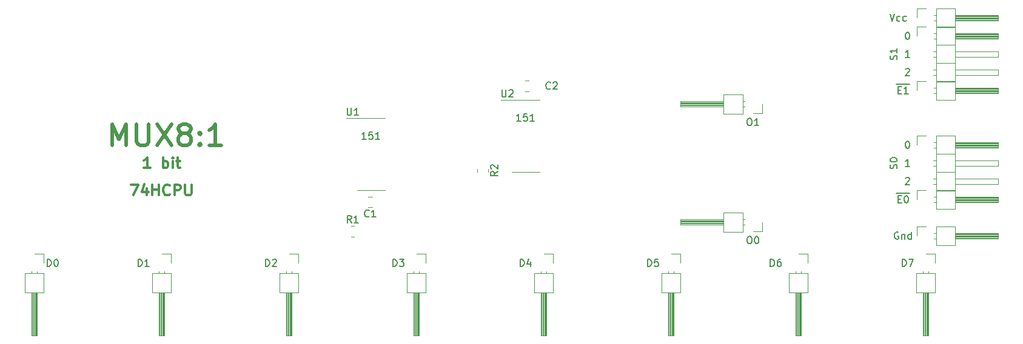
<source format=gbr>
%TF.GenerationSoftware,KiCad,Pcbnew,(5.1.8)-1*%
%TF.CreationDate,2025-07-04T22:22:32+03:00*%
%TF.ProjectId,MUX8x1-1bit,4d555838-7831-42d3-9162-69742e6b6963,rev?*%
%TF.SameCoordinates,Original*%
%TF.FileFunction,Legend,Top*%
%TF.FilePolarity,Positive*%
%FSLAX46Y46*%
G04 Gerber Fmt 4.6, Leading zero omitted, Abs format (unit mm)*
G04 Created by KiCad (PCBNEW (5.1.8)-1) date 2025-07-04 22:22:32*
%MOMM*%
%LPD*%
G01*
G04 APERTURE LIST*
%ADD10C,0.150000*%
%ADD11C,0.300000*%
%ADD12C,0.500000*%
%ADD13C,0.120000*%
G04 APERTURE END LIST*
D10*
X85693333Y-36012380D02*
X85121904Y-36012380D01*
X85407619Y-36012380D02*
X85407619Y-35012380D01*
X85312380Y-35155238D01*
X85217142Y-35250476D01*
X85121904Y-35298095D01*
X86598095Y-35012380D02*
X86121904Y-35012380D01*
X86074285Y-35488571D01*
X86121904Y-35440952D01*
X86217142Y-35393333D01*
X86455238Y-35393333D01*
X86550476Y-35440952D01*
X86598095Y-35488571D01*
X86645714Y-35583809D01*
X86645714Y-35821904D01*
X86598095Y-35917142D01*
X86550476Y-35964761D01*
X86455238Y-36012380D01*
X86217142Y-36012380D01*
X86121904Y-35964761D01*
X86074285Y-35917142D01*
X87598095Y-36012380D02*
X87026666Y-36012380D01*
X87312380Y-36012380D02*
X87312380Y-35012380D01*
X87217142Y-35155238D01*
X87121904Y-35250476D01*
X87026666Y-35298095D01*
X64103333Y-38552380D02*
X63531904Y-38552380D01*
X63817619Y-38552380D02*
X63817619Y-37552380D01*
X63722380Y-37695238D01*
X63627142Y-37790476D01*
X63531904Y-37838095D01*
X65008095Y-37552380D02*
X64531904Y-37552380D01*
X64484285Y-38028571D01*
X64531904Y-37980952D01*
X64627142Y-37933333D01*
X64865238Y-37933333D01*
X64960476Y-37980952D01*
X65008095Y-38028571D01*
X65055714Y-38123809D01*
X65055714Y-38361904D01*
X65008095Y-38457142D01*
X64960476Y-38504761D01*
X64865238Y-38552380D01*
X64627142Y-38552380D01*
X64531904Y-38504761D01*
X64484285Y-38457142D01*
X66008095Y-38552380D02*
X65436666Y-38552380D01*
X65722380Y-38552380D02*
X65722380Y-37552380D01*
X65627142Y-37695238D01*
X65531904Y-37790476D01*
X65436666Y-37838095D01*
X19581904Y-56332380D02*
X19581904Y-55332380D01*
X19820000Y-55332380D01*
X19962857Y-55380000D01*
X20058095Y-55475238D01*
X20105714Y-55570476D01*
X20153333Y-55760952D01*
X20153333Y-55903809D01*
X20105714Y-56094285D01*
X20058095Y-56189523D01*
X19962857Y-56284761D01*
X19820000Y-56332380D01*
X19581904Y-56332380D01*
X20772380Y-55332380D02*
X20867619Y-55332380D01*
X20962857Y-55380000D01*
X21010476Y-55427619D01*
X21058095Y-55522857D01*
X21105714Y-55713333D01*
X21105714Y-55951428D01*
X21058095Y-56141904D01*
X21010476Y-56237142D01*
X20962857Y-56284761D01*
X20867619Y-56332380D01*
X20772380Y-56332380D01*
X20677142Y-56284761D01*
X20629523Y-56237142D01*
X20581904Y-56141904D01*
X20534285Y-55951428D01*
X20534285Y-55713333D01*
X20581904Y-55522857D01*
X20629523Y-55427619D01*
X20677142Y-55380000D01*
X20772380Y-55332380D01*
X32281904Y-56332380D02*
X32281904Y-55332380D01*
X32520000Y-55332380D01*
X32662857Y-55380000D01*
X32758095Y-55475238D01*
X32805714Y-55570476D01*
X32853333Y-55760952D01*
X32853333Y-55903809D01*
X32805714Y-56094285D01*
X32758095Y-56189523D01*
X32662857Y-56284761D01*
X32520000Y-56332380D01*
X32281904Y-56332380D01*
X33805714Y-56332380D02*
X33234285Y-56332380D01*
X33520000Y-56332380D02*
X33520000Y-55332380D01*
X33424761Y-55475238D01*
X33329523Y-55570476D01*
X33234285Y-55618095D01*
X50061904Y-56332380D02*
X50061904Y-55332380D01*
X50300000Y-55332380D01*
X50442857Y-55380000D01*
X50538095Y-55475238D01*
X50585714Y-55570476D01*
X50633333Y-55760952D01*
X50633333Y-55903809D01*
X50585714Y-56094285D01*
X50538095Y-56189523D01*
X50442857Y-56284761D01*
X50300000Y-56332380D01*
X50061904Y-56332380D01*
X51014285Y-55427619D02*
X51061904Y-55380000D01*
X51157142Y-55332380D01*
X51395238Y-55332380D01*
X51490476Y-55380000D01*
X51538095Y-55427619D01*
X51585714Y-55522857D01*
X51585714Y-55618095D01*
X51538095Y-55760952D01*
X50966666Y-56332380D01*
X51585714Y-56332380D01*
X67841904Y-56332380D02*
X67841904Y-55332380D01*
X68080000Y-55332380D01*
X68222857Y-55380000D01*
X68318095Y-55475238D01*
X68365714Y-55570476D01*
X68413333Y-55760952D01*
X68413333Y-55903809D01*
X68365714Y-56094285D01*
X68318095Y-56189523D01*
X68222857Y-56284761D01*
X68080000Y-56332380D01*
X67841904Y-56332380D01*
X68746666Y-55332380D02*
X69365714Y-55332380D01*
X69032380Y-55713333D01*
X69175238Y-55713333D01*
X69270476Y-55760952D01*
X69318095Y-55808571D01*
X69365714Y-55903809D01*
X69365714Y-56141904D01*
X69318095Y-56237142D01*
X69270476Y-56284761D01*
X69175238Y-56332380D01*
X68889523Y-56332380D01*
X68794285Y-56284761D01*
X68746666Y-56237142D01*
X85621904Y-56332380D02*
X85621904Y-55332380D01*
X85860000Y-55332380D01*
X86002857Y-55380000D01*
X86098095Y-55475238D01*
X86145714Y-55570476D01*
X86193333Y-55760952D01*
X86193333Y-55903809D01*
X86145714Y-56094285D01*
X86098095Y-56189523D01*
X86002857Y-56284761D01*
X85860000Y-56332380D01*
X85621904Y-56332380D01*
X87050476Y-55665714D02*
X87050476Y-56332380D01*
X86812380Y-55284761D02*
X86574285Y-55999047D01*
X87193333Y-55999047D01*
X103401904Y-56332380D02*
X103401904Y-55332380D01*
X103640000Y-55332380D01*
X103782857Y-55380000D01*
X103878095Y-55475238D01*
X103925714Y-55570476D01*
X103973333Y-55760952D01*
X103973333Y-55903809D01*
X103925714Y-56094285D01*
X103878095Y-56189523D01*
X103782857Y-56284761D01*
X103640000Y-56332380D01*
X103401904Y-56332380D01*
X104878095Y-55332380D02*
X104401904Y-55332380D01*
X104354285Y-55808571D01*
X104401904Y-55760952D01*
X104497142Y-55713333D01*
X104735238Y-55713333D01*
X104830476Y-55760952D01*
X104878095Y-55808571D01*
X104925714Y-55903809D01*
X104925714Y-56141904D01*
X104878095Y-56237142D01*
X104830476Y-56284761D01*
X104735238Y-56332380D01*
X104497142Y-56332380D01*
X104401904Y-56284761D01*
X104354285Y-56237142D01*
X120546904Y-56332380D02*
X120546904Y-55332380D01*
X120785000Y-55332380D01*
X120927857Y-55380000D01*
X121023095Y-55475238D01*
X121070714Y-55570476D01*
X121118333Y-55760952D01*
X121118333Y-55903809D01*
X121070714Y-56094285D01*
X121023095Y-56189523D01*
X120927857Y-56284761D01*
X120785000Y-56332380D01*
X120546904Y-56332380D01*
X121975476Y-55332380D02*
X121785000Y-55332380D01*
X121689761Y-55380000D01*
X121642142Y-55427619D01*
X121546904Y-55570476D01*
X121499285Y-55760952D01*
X121499285Y-56141904D01*
X121546904Y-56237142D01*
X121594523Y-56284761D01*
X121689761Y-56332380D01*
X121880238Y-56332380D01*
X121975476Y-56284761D01*
X122023095Y-56237142D01*
X122070714Y-56141904D01*
X122070714Y-55903809D01*
X122023095Y-55808571D01*
X121975476Y-55760952D01*
X121880238Y-55713333D01*
X121689761Y-55713333D01*
X121594523Y-55760952D01*
X121546904Y-55808571D01*
X121499285Y-55903809D01*
X117538571Y-35647380D02*
X117729047Y-35647380D01*
X117824285Y-35695000D01*
X117919523Y-35790238D01*
X117967142Y-35980714D01*
X117967142Y-36314047D01*
X117919523Y-36504523D01*
X117824285Y-36599761D01*
X117729047Y-36647380D01*
X117538571Y-36647380D01*
X117443333Y-36599761D01*
X117348095Y-36504523D01*
X117300476Y-36314047D01*
X117300476Y-35980714D01*
X117348095Y-35790238D01*
X117443333Y-35695000D01*
X117538571Y-35647380D01*
X118919523Y-36647380D02*
X118348095Y-36647380D01*
X118633809Y-36647380D02*
X118633809Y-35647380D01*
X118538571Y-35790238D01*
X118443333Y-35885476D01*
X118348095Y-35933095D01*
X117538571Y-52157380D02*
X117729047Y-52157380D01*
X117824285Y-52205000D01*
X117919523Y-52300238D01*
X117967142Y-52490714D01*
X117967142Y-52824047D01*
X117919523Y-53014523D01*
X117824285Y-53109761D01*
X117729047Y-53157380D01*
X117538571Y-53157380D01*
X117443333Y-53109761D01*
X117348095Y-53014523D01*
X117300476Y-52824047D01*
X117300476Y-52490714D01*
X117348095Y-52300238D01*
X117443333Y-52205000D01*
X117538571Y-52157380D01*
X118586190Y-52157380D02*
X118681428Y-52157380D01*
X118776666Y-52205000D01*
X118824285Y-52252619D01*
X118871904Y-52347857D01*
X118919523Y-52538333D01*
X118919523Y-52776428D01*
X118871904Y-52966904D01*
X118824285Y-53062142D01*
X118776666Y-53109761D01*
X118681428Y-53157380D01*
X118586190Y-53157380D01*
X118490952Y-53109761D01*
X118443333Y-53062142D01*
X118395714Y-52966904D01*
X118348095Y-52776428D01*
X118348095Y-52538333D01*
X118395714Y-52347857D01*
X118443333Y-52252619D01*
X118490952Y-52205000D01*
X118586190Y-52157380D01*
X138961904Y-56332380D02*
X138961904Y-55332380D01*
X139200000Y-55332380D01*
X139342857Y-55380000D01*
X139438095Y-55475238D01*
X139485714Y-55570476D01*
X139533333Y-55760952D01*
X139533333Y-55903809D01*
X139485714Y-56094285D01*
X139438095Y-56189523D01*
X139342857Y-56284761D01*
X139200000Y-56332380D01*
X138961904Y-56332380D01*
X139866666Y-55332380D02*
X140533333Y-55332380D01*
X140104761Y-56332380D01*
X138422142Y-51570000D02*
X138326904Y-51522380D01*
X138184047Y-51522380D01*
X138041190Y-51570000D01*
X137945952Y-51665238D01*
X137898333Y-51760476D01*
X137850714Y-51950952D01*
X137850714Y-52093809D01*
X137898333Y-52284285D01*
X137945952Y-52379523D01*
X138041190Y-52474761D01*
X138184047Y-52522380D01*
X138279285Y-52522380D01*
X138422142Y-52474761D01*
X138469761Y-52427142D01*
X138469761Y-52093809D01*
X138279285Y-52093809D01*
X138898333Y-51855714D02*
X138898333Y-52522380D01*
X138898333Y-51950952D02*
X138945952Y-51903333D01*
X139041190Y-51855714D01*
X139184047Y-51855714D01*
X139279285Y-51903333D01*
X139326904Y-51998571D01*
X139326904Y-52522380D01*
X140231666Y-52522380D02*
X140231666Y-51522380D01*
X140231666Y-52474761D02*
X140136428Y-52522380D01*
X139945952Y-52522380D01*
X139850714Y-52474761D01*
X139803095Y-52427142D01*
X139755476Y-52331904D01*
X139755476Y-52046190D01*
X139803095Y-51950952D01*
X139850714Y-51903333D01*
X139945952Y-51855714D01*
X140136428Y-51855714D01*
X140231666Y-51903333D01*
X138136428Y-46075000D02*
X139041190Y-46075000D01*
X138374523Y-46918571D02*
X138707857Y-46918571D01*
X138850714Y-47442380D02*
X138374523Y-47442380D01*
X138374523Y-46442380D01*
X138850714Y-46442380D01*
X139041190Y-46075000D02*
X139993571Y-46075000D01*
X139469761Y-46442380D02*
X139565000Y-46442380D01*
X139660238Y-46490000D01*
X139707857Y-46537619D01*
X139755476Y-46632857D01*
X139803095Y-46823333D01*
X139803095Y-47061428D01*
X139755476Y-47251904D01*
X139707857Y-47347142D01*
X139660238Y-47394761D01*
X139565000Y-47442380D01*
X139469761Y-47442380D01*
X139374523Y-47394761D01*
X139326904Y-47347142D01*
X139279285Y-47251904D01*
X139231666Y-47061428D01*
X139231666Y-46823333D01*
X139279285Y-46632857D01*
X139326904Y-46537619D01*
X139374523Y-46490000D01*
X139469761Y-46442380D01*
X138136428Y-30835000D02*
X139041190Y-30835000D01*
X138374523Y-31678571D02*
X138707857Y-31678571D01*
X138850714Y-32202380D02*
X138374523Y-32202380D01*
X138374523Y-31202380D01*
X138850714Y-31202380D01*
X139041190Y-30835000D02*
X139993571Y-30835000D01*
X139803095Y-32202380D02*
X139231666Y-32202380D01*
X139517380Y-32202380D02*
X139517380Y-31202380D01*
X139422142Y-31345238D01*
X139326904Y-31440476D01*
X139231666Y-31488095D01*
X138199761Y-42671904D02*
X138247380Y-42529047D01*
X138247380Y-42290952D01*
X138199761Y-42195714D01*
X138152142Y-42148095D01*
X138056904Y-42100476D01*
X137961666Y-42100476D01*
X137866428Y-42148095D01*
X137818809Y-42195714D01*
X137771190Y-42290952D01*
X137723571Y-42481428D01*
X137675952Y-42576666D01*
X137628333Y-42624285D01*
X137533095Y-42671904D01*
X137437857Y-42671904D01*
X137342619Y-42624285D01*
X137295000Y-42576666D01*
X137247380Y-42481428D01*
X137247380Y-42243333D01*
X137295000Y-42100476D01*
X137247380Y-41481428D02*
X137247380Y-41386190D01*
X137295000Y-41290952D01*
X137342619Y-41243333D01*
X137437857Y-41195714D01*
X137628333Y-41148095D01*
X137866428Y-41148095D01*
X138056904Y-41195714D01*
X138152142Y-41243333D01*
X138199761Y-41290952D01*
X138247380Y-41386190D01*
X138247380Y-41481428D01*
X138199761Y-41576666D01*
X138152142Y-41624285D01*
X138056904Y-41671904D01*
X137866428Y-41719523D01*
X137628333Y-41719523D01*
X137437857Y-41671904D01*
X137342619Y-41624285D01*
X137295000Y-41576666D01*
X137247380Y-41481428D01*
X139414285Y-43997619D02*
X139461904Y-43950000D01*
X139557142Y-43902380D01*
X139795238Y-43902380D01*
X139890476Y-43950000D01*
X139938095Y-43997619D01*
X139985714Y-44092857D01*
X139985714Y-44188095D01*
X139938095Y-44330952D01*
X139366666Y-44902380D01*
X139985714Y-44902380D01*
X139985714Y-42362380D02*
X139414285Y-42362380D01*
X139700000Y-42362380D02*
X139700000Y-41362380D01*
X139604761Y-41505238D01*
X139509523Y-41600476D01*
X139414285Y-41648095D01*
X139652380Y-38822380D02*
X139747619Y-38822380D01*
X139842857Y-38870000D01*
X139890476Y-38917619D01*
X139938095Y-39012857D01*
X139985714Y-39203333D01*
X139985714Y-39441428D01*
X139938095Y-39631904D01*
X139890476Y-39727142D01*
X139842857Y-39774761D01*
X139747619Y-39822380D01*
X139652380Y-39822380D01*
X139557142Y-39774761D01*
X139509523Y-39727142D01*
X139461904Y-39631904D01*
X139414285Y-39441428D01*
X139414285Y-39203333D01*
X139461904Y-39012857D01*
X139509523Y-38917619D01*
X139557142Y-38870000D01*
X139652380Y-38822380D01*
X139414285Y-28757619D02*
X139461904Y-28710000D01*
X139557142Y-28662380D01*
X139795238Y-28662380D01*
X139890476Y-28710000D01*
X139938095Y-28757619D01*
X139985714Y-28852857D01*
X139985714Y-28948095D01*
X139938095Y-29090952D01*
X139366666Y-29662380D01*
X139985714Y-29662380D01*
X139985714Y-27122380D02*
X139414285Y-27122380D01*
X139700000Y-27122380D02*
X139700000Y-26122380D01*
X139604761Y-26265238D01*
X139509523Y-26360476D01*
X139414285Y-26408095D01*
X139652380Y-23582380D02*
X139747619Y-23582380D01*
X139842857Y-23630000D01*
X139890476Y-23677619D01*
X139938095Y-23772857D01*
X139985714Y-23963333D01*
X139985714Y-24201428D01*
X139938095Y-24391904D01*
X139890476Y-24487142D01*
X139842857Y-24534761D01*
X139747619Y-24582380D01*
X139652380Y-24582380D01*
X139557142Y-24534761D01*
X139509523Y-24487142D01*
X139461904Y-24391904D01*
X139414285Y-24201428D01*
X139414285Y-23963333D01*
X139461904Y-23772857D01*
X139509523Y-23677619D01*
X139557142Y-23630000D01*
X139652380Y-23582380D01*
X138199761Y-27431904D02*
X138247380Y-27289047D01*
X138247380Y-27050952D01*
X138199761Y-26955714D01*
X138152142Y-26908095D01*
X138056904Y-26860476D01*
X137961666Y-26860476D01*
X137866428Y-26908095D01*
X137818809Y-26955714D01*
X137771190Y-27050952D01*
X137723571Y-27241428D01*
X137675952Y-27336666D01*
X137628333Y-27384285D01*
X137533095Y-27431904D01*
X137437857Y-27431904D01*
X137342619Y-27384285D01*
X137295000Y-27336666D01*
X137247380Y-27241428D01*
X137247380Y-27003333D01*
X137295000Y-26860476D01*
X138247380Y-25908095D02*
X138247380Y-26479523D01*
X138247380Y-26193809D02*
X137247380Y-26193809D01*
X137390238Y-26289047D01*
X137485476Y-26384285D01*
X137533095Y-26479523D01*
X137239523Y-21042380D02*
X137572857Y-22042380D01*
X137906190Y-21042380D01*
X138668095Y-21994761D02*
X138572857Y-22042380D01*
X138382380Y-22042380D01*
X138287142Y-21994761D01*
X138239523Y-21947142D01*
X138191904Y-21851904D01*
X138191904Y-21566190D01*
X138239523Y-21470952D01*
X138287142Y-21423333D01*
X138382380Y-21375714D01*
X138572857Y-21375714D01*
X138668095Y-21423333D01*
X139525238Y-21994761D02*
X139430000Y-22042380D01*
X139239523Y-22042380D01*
X139144285Y-21994761D01*
X139096666Y-21947142D01*
X139049047Y-21851904D01*
X139049047Y-21566190D01*
X139096666Y-21470952D01*
X139144285Y-21423333D01*
X139239523Y-21375714D01*
X139430000Y-21375714D01*
X139525238Y-21423333D01*
D11*
X33952857Y-42588571D02*
X33095714Y-42588571D01*
X33524285Y-42588571D02*
X33524285Y-41088571D01*
X33381428Y-41302857D01*
X33238571Y-41445714D01*
X33095714Y-41517142D01*
X35738571Y-42588571D02*
X35738571Y-41088571D01*
X35738571Y-41660000D02*
X35881428Y-41588571D01*
X36167142Y-41588571D01*
X36310000Y-41660000D01*
X36381428Y-41731428D01*
X36452857Y-41874285D01*
X36452857Y-42302857D01*
X36381428Y-42445714D01*
X36310000Y-42517142D01*
X36167142Y-42588571D01*
X35881428Y-42588571D01*
X35738571Y-42517142D01*
X37095714Y-42588571D02*
X37095714Y-41588571D01*
X37095714Y-41088571D02*
X37024285Y-41160000D01*
X37095714Y-41231428D01*
X37167142Y-41160000D01*
X37095714Y-41088571D01*
X37095714Y-41231428D01*
X37595714Y-41588571D02*
X38167142Y-41588571D01*
X37810000Y-41088571D02*
X37810000Y-42374285D01*
X37881428Y-42517142D01*
X38024285Y-42588571D01*
X38167142Y-42588571D01*
D12*
X28623571Y-39457142D02*
X28623571Y-36457142D01*
X29623571Y-38600000D01*
X30623571Y-36457142D01*
X30623571Y-39457142D01*
X32052142Y-36457142D02*
X32052142Y-38885714D01*
X32195000Y-39171428D01*
X32337857Y-39314285D01*
X32623571Y-39457142D01*
X33195000Y-39457142D01*
X33480714Y-39314285D01*
X33623571Y-39171428D01*
X33766428Y-38885714D01*
X33766428Y-36457142D01*
X34909285Y-36457142D02*
X36909285Y-39457142D01*
X36909285Y-36457142D02*
X34909285Y-39457142D01*
X38480714Y-37742857D02*
X38195000Y-37600000D01*
X38052142Y-37457142D01*
X37909285Y-37171428D01*
X37909285Y-37028571D01*
X38052142Y-36742857D01*
X38195000Y-36600000D01*
X38480714Y-36457142D01*
X39052142Y-36457142D01*
X39337857Y-36600000D01*
X39480714Y-36742857D01*
X39623571Y-37028571D01*
X39623571Y-37171428D01*
X39480714Y-37457142D01*
X39337857Y-37600000D01*
X39052142Y-37742857D01*
X38480714Y-37742857D01*
X38195000Y-37885714D01*
X38052142Y-38028571D01*
X37909285Y-38314285D01*
X37909285Y-38885714D01*
X38052142Y-39171428D01*
X38195000Y-39314285D01*
X38480714Y-39457142D01*
X39052142Y-39457142D01*
X39337857Y-39314285D01*
X39480714Y-39171428D01*
X39623571Y-38885714D01*
X39623571Y-38314285D01*
X39480714Y-38028571D01*
X39337857Y-37885714D01*
X39052142Y-37742857D01*
X40909285Y-39171428D02*
X41052142Y-39314285D01*
X40909285Y-39457142D01*
X40766428Y-39314285D01*
X40909285Y-39171428D01*
X40909285Y-39457142D01*
X40909285Y-37600000D02*
X41052142Y-37742857D01*
X40909285Y-37885714D01*
X40766428Y-37742857D01*
X40909285Y-37600000D01*
X40909285Y-37885714D01*
X43909285Y-39457142D02*
X42195000Y-39457142D01*
X43052142Y-39457142D02*
X43052142Y-36457142D01*
X42766428Y-36885714D01*
X42480714Y-37171428D01*
X42195000Y-37314285D01*
D11*
X31274285Y-44898571D02*
X32274285Y-44898571D01*
X31631428Y-46398571D01*
X33488571Y-45398571D02*
X33488571Y-46398571D01*
X33131428Y-44827142D02*
X32774285Y-45898571D01*
X33702857Y-45898571D01*
X34274285Y-46398571D02*
X34274285Y-44898571D01*
X34274285Y-45612857D02*
X35131428Y-45612857D01*
X35131428Y-46398571D02*
X35131428Y-44898571D01*
X36702857Y-46255714D02*
X36631428Y-46327142D01*
X36417142Y-46398571D01*
X36274285Y-46398571D01*
X36060000Y-46327142D01*
X35917142Y-46184285D01*
X35845714Y-46041428D01*
X35774285Y-45755714D01*
X35774285Y-45541428D01*
X35845714Y-45255714D01*
X35917142Y-45112857D01*
X36060000Y-44970000D01*
X36274285Y-44898571D01*
X36417142Y-44898571D01*
X36631428Y-44970000D01*
X36702857Y-45041428D01*
X37345714Y-46398571D02*
X37345714Y-44898571D01*
X37917142Y-44898571D01*
X38060000Y-44970000D01*
X38131428Y-45041428D01*
X38202857Y-45184285D01*
X38202857Y-45398571D01*
X38131428Y-45541428D01*
X38060000Y-45612857D01*
X37917142Y-45684285D01*
X37345714Y-45684285D01*
X38845714Y-44898571D02*
X38845714Y-46112857D01*
X38917142Y-46255714D01*
X38988571Y-46327142D01*
X39131428Y-46398571D01*
X39417142Y-46398571D01*
X39560000Y-46327142D01*
X39631428Y-46255714D01*
X39702857Y-46112857D01*
X39702857Y-44898571D01*
D13*
%TO.C,R2*%
X79656000Y-42682936D02*
X79656000Y-43137064D01*
X81126000Y-42682936D02*
X81126000Y-43137064D01*
%TO.C,R1*%
X62002936Y-52170000D02*
X62457064Y-52170000D01*
X62002936Y-50700000D02*
X62457064Y-50700000D01*
%TO.C,J16*%
X143680000Y-50740000D02*
X143680000Y-53400000D01*
X143680000Y-53400000D02*
X146340000Y-53400000D01*
X146340000Y-53400000D02*
X146340000Y-50740000D01*
X146340000Y-50740000D02*
X143680000Y-50740000D01*
X146340000Y-51690000D02*
X152340000Y-51690000D01*
X152340000Y-51690000D02*
X152340000Y-52450000D01*
X152340000Y-52450000D02*
X146340000Y-52450000D01*
X146340000Y-51750000D02*
X152340000Y-51750000D01*
X146340000Y-51870000D02*
X152340000Y-51870000D01*
X146340000Y-51990000D02*
X152340000Y-51990000D01*
X146340000Y-52110000D02*
X152340000Y-52110000D01*
X146340000Y-52230000D02*
X152340000Y-52230000D01*
X146340000Y-52350000D02*
X152340000Y-52350000D01*
X143350000Y-51690000D02*
X143680000Y-51690000D01*
X143350000Y-52450000D02*
X143680000Y-52450000D01*
X140970000Y-52070000D02*
X140970000Y-50800000D01*
X140970000Y-50800000D02*
X142240000Y-50800000D01*
%TO.C,J15*%
X143680000Y-20260000D02*
X143680000Y-22920000D01*
X143680000Y-22920000D02*
X146340000Y-22920000D01*
X146340000Y-22920000D02*
X146340000Y-20260000D01*
X146340000Y-20260000D02*
X143680000Y-20260000D01*
X146340000Y-21210000D02*
X152340000Y-21210000D01*
X152340000Y-21210000D02*
X152340000Y-21970000D01*
X152340000Y-21970000D02*
X146340000Y-21970000D01*
X146340000Y-21270000D02*
X152340000Y-21270000D01*
X146340000Y-21390000D02*
X152340000Y-21390000D01*
X146340000Y-21510000D02*
X152340000Y-21510000D01*
X146340000Y-21630000D02*
X152340000Y-21630000D01*
X146340000Y-21750000D02*
X152340000Y-21750000D01*
X146340000Y-21870000D02*
X152340000Y-21870000D01*
X143350000Y-21210000D02*
X143680000Y-21210000D01*
X143350000Y-21970000D02*
X143680000Y-21970000D01*
X140970000Y-21590000D02*
X140970000Y-20320000D01*
X140970000Y-20320000D02*
X142240000Y-20320000D01*
%TO.C,U2*%
X86360000Y-43160000D02*
X88310000Y-43160000D01*
X86360000Y-43160000D02*
X84410000Y-43160000D01*
X86360000Y-33040000D02*
X88310000Y-33040000D01*
X86360000Y-33040000D02*
X82910000Y-33040000D01*
%TO.C,U1*%
X64770000Y-45700000D02*
X66720000Y-45700000D01*
X64770000Y-45700000D02*
X62820000Y-45700000D01*
X64770000Y-35580000D02*
X66720000Y-35580000D01*
X64770000Y-35580000D02*
X61320000Y-35580000D01*
%TO.C,J14*%
X116670000Y-34985000D02*
X116670000Y-32325000D01*
X116670000Y-32325000D02*
X114010000Y-32325000D01*
X114010000Y-32325000D02*
X114010000Y-34985000D01*
X114010000Y-34985000D02*
X116670000Y-34985000D01*
X114010000Y-34035000D02*
X108010000Y-34035000D01*
X108010000Y-34035000D02*
X108010000Y-33275000D01*
X108010000Y-33275000D02*
X114010000Y-33275000D01*
X114010000Y-33975000D02*
X108010000Y-33975000D01*
X114010000Y-33855000D02*
X108010000Y-33855000D01*
X114010000Y-33735000D02*
X108010000Y-33735000D01*
X114010000Y-33615000D02*
X108010000Y-33615000D01*
X114010000Y-33495000D02*
X108010000Y-33495000D01*
X114010000Y-33375000D02*
X108010000Y-33375000D01*
X117000000Y-34035000D02*
X116670000Y-34035000D01*
X117000000Y-33275000D02*
X116670000Y-33275000D01*
X119380000Y-33655000D02*
X119380000Y-34925000D01*
X119380000Y-34925000D02*
X118110000Y-34925000D01*
%TO.C,J13*%
X143680000Y-30420000D02*
X143680000Y-33080000D01*
X143680000Y-33080000D02*
X146340000Y-33080000D01*
X146340000Y-33080000D02*
X146340000Y-30420000D01*
X146340000Y-30420000D02*
X143680000Y-30420000D01*
X146340000Y-31370000D02*
X152340000Y-31370000D01*
X152340000Y-31370000D02*
X152340000Y-32130000D01*
X152340000Y-32130000D02*
X146340000Y-32130000D01*
X146340000Y-31430000D02*
X152340000Y-31430000D01*
X146340000Y-31550000D02*
X152340000Y-31550000D01*
X146340000Y-31670000D02*
X152340000Y-31670000D01*
X146340000Y-31790000D02*
X152340000Y-31790000D01*
X146340000Y-31910000D02*
X152340000Y-31910000D01*
X146340000Y-32030000D02*
X152340000Y-32030000D01*
X143350000Y-31370000D02*
X143680000Y-31370000D01*
X143350000Y-32130000D02*
X143680000Y-32130000D01*
X140970000Y-31750000D02*
X140970000Y-30480000D01*
X140970000Y-30480000D02*
X142240000Y-30480000D01*
%TO.C,J12*%
X143680000Y-22800000D02*
X143680000Y-30540000D01*
X143680000Y-30540000D02*
X146340000Y-30540000D01*
X146340000Y-30540000D02*
X146340000Y-22800000D01*
X146340000Y-22800000D02*
X143680000Y-22800000D01*
X146340000Y-23750000D02*
X152340000Y-23750000D01*
X152340000Y-23750000D02*
X152340000Y-24510000D01*
X152340000Y-24510000D02*
X146340000Y-24510000D01*
X146340000Y-23810000D02*
X152340000Y-23810000D01*
X146340000Y-23930000D02*
X152340000Y-23930000D01*
X146340000Y-24050000D02*
X152340000Y-24050000D01*
X146340000Y-24170000D02*
X152340000Y-24170000D01*
X146340000Y-24290000D02*
X152340000Y-24290000D01*
X146340000Y-24410000D02*
X152340000Y-24410000D01*
X143350000Y-23750000D02*
X143680000Y-23750000D01*
X143350000Y-24510000D02*
X143680000Y-24510000D01*
X143680000Y-25400000D02*
X146340000Y-25400000D01*
X146340000Y-26290000D02*
X152340000Y-26290000D01*
X152340000Y-26290000D02*
X152340000Y-27050000D01*
X152340000Y-27050000D02*
X146340000Y-27050000D01*
X143282929Y-26290000D02*
X143680000Y-26290000D01*
X143282929Y-27050000D02*
X143680000Y-27050000D01*
X143680000Y-27940000D02*
X146340000Y-27940000D01*
X146340000Y-28830000D02*
X152340000Y-28830000D01*
X152340000Y-28830000D02*
X152340000Y-29590000D01*
X152340000Y-29590000D02*
X146340000Y-29590000D01*
X143282929Y-28830000D02*
X143680000Y-28830000D01*
X143282929Y-29590000D02*
X143680000Y-29590000D01*
X140970000Y-24130000D02*
X140970000Y-22860000D01*
X140970000Y-22860000D02*
X142240000Y-22860000D01*
%TO.C,J11*%
X116670000Y-51495000D02*
X116670000Y-48835000D01*
X116670000Y-48835000D02*
X114010000Y-48835000D01*
X114010000Y-48835000D02*
X114010000Y-51495000D01*
X114010000Y-51495000D02*
X116670000Y-51495000D01*
X114010000Y-50545000D02*
X108010000Y-50545000D01*
X108010000Y-50545000D02*
X108010000Y-49785000D01*
X108010000Y-49785000D02*
X114010000Y-49785000D01*
X114010000Y-50485000D02*
X108010000Y-50485000D01*
X114010000Y-50365000D02*
X108010000Y-50365000D01*
X114010000Y-50245000D02*
X108010000Y-50245000D01*
X114010000Y-50125000D02*
X108010000Y-50125000D01*
X114010000Y-50005000D02*
X108010000Y-50005000D01*
X114010000Y-49885000D02*
X108010000Y-49885000D01*
X117000000Y-50545000D02*
X116670000Y-50545000D01*
X117000000Y-49785000D02*
X116670000Y-49785000D01*
X119380000Y-50165000D02*
X119380000Y-51435000D01*
X119380000Y-51435000D02*
X118110000Y-51435000D01*
%TO.C,J10*%
X143680000Y-45660000D02*
X143680000Y-48320000D01*
X143680000Y-48320000D02*
X146340000Y-48320000D01*
X146340000Y-48320000D02*
X146340000Y-45660000D01*
X146340000Y-45660000D02*
X143680000Y-45660000D01*
X146340000Y-46610000D02*
X152340000Y-46610000D01*
X152340000Y-46610000D02*
X152340000Y-47370000D01*
X152340000Y-47370000D02*
X146340000Y-47370000D01*
X146340000Y-46670000D02*
X152340000Y-46670000D01*
X146340000Y-46790000D02*
X152340000Y-46790000D01*
X146340000Y-46910000D02*
X152340000Y-46910000D01*
X146340000Y-47030000D02*
X152340000Y-47030000D01*
X146340000Y-47150000D02*
X152340000Y-47150000D01*
X146340000Y-47270000D02*
X152340000Y-47270000D01*
X143350000Y-46610000D02*
X143680000Y-46610000D01*
X143350000Y-47370000D02*
X143680000Y-47370000D01*
X140970000Y-46990000D02*
X140970000Y-45720000D01*
X140970000Y-45720000D02*
X142240000Y-45720000D01*
%TO.C,J9*%
X143680000Y-38040000D02*
X143680000Y-45780000D01*
X143680000Y-45780000D02*
X146340000Y-45780000D01*
X146340000Y-45780000D02*
X146340000Y-38040000D01*
X146340000Y-38040000D02*
X143680000Y-38040000D01*
X146340000Y-38990000D02*
X152340000Y-38990000D01*
X152340000Y-38990000D02*
X152340000Y-39750000D01*
X152340000Y-39750000D02*
X146340000Y-39750000D01*
X146340000Y-39050000D02*
X152340000Y-39050000D01*
X146340000Y-39170000D02*
X152340000Y-39170000D01*
X146340000Y-39290000D02*
X152340000Y-39290000D01*
X146340000Y-39410000D02*
X152340000Y-39410000D01*
X146340000Y-39530000D02*
X152340000Y-39530000D01*
X146340000Y-39650000D02*
X152340000Y-39650000D01*
X143350000Y-38990000D02*
X143680000Y-38990000D01*
X143350000Y-39750000D02*
X143680000Y-39750000D01*
X143680000Y-40640000D02*
X146340000Y-40640000D01*
X146340000Y-41530000D02*
X152340000Y-41530000D01*
X152340000Y-41530000D02*
X152340000Y-42290000D01*
X152340000Y-42290000D02*
X146340000Y-42290000D01*
X143282929Y-41530000D02*
X143680000Y-41530000D01*
X143282929Y-42290000D02*
X143680000Y-42290000D01*
X143680000Y-43180000D02*
X146340000Y-43180000D01*
X146340000Y-44070000D02*
X152340000Y-44070000D01*
X152340000Y-44070000D02*
X152340000Y-44830000D01*
X152340000Y-44830000D02*
X146340000Y-44830000D01*
X143282929Y-44070000D02*
X143680000Y-44070000D01*
X143282929Y-44830000D02*
X143680000Y-44830000D01*
X140970000Y-39370000D02*
X140970000Y-38100000D01*
X140970000Y-38100000D02*
X142240000Y-38100000D01*
%TO.C,J8*%
X143570000Y-57320000D02*
X140910000Y-57320000D01*
X140910000Y-57320000D02*
X140910000Y-59980000D01*
X140910000Y-59980000D02*
X143570000Y-59980000D01*
X143570000Y-59980000D02*
X143570000Y-57320000D01*
X142620000Y-59980000D02*
X142620000Y-65980000D01*
X142620000Y-65980000D02*
X141860000Y-65980000D01*
X141860000Y-65980000D02*
X141860000Y-59980000D01*
X142560000Y-59980000D02*
X142560000Y-65980000D01*
X142440000Y-59980000D02*
X142440000Y-65980000D01*
X142320000Y-59980000D02*
X142320000Y-65980000D01*
X142200000Y-59980000D02*
X142200000Y-65980000D01*
X142080000Y-59980000D02*
X142080000Y-65980000D01*
X141960000Y-59980000D02*
X141960000Y-65980000D01*
X142620000Y-56990000D02*
X142620000Y-57320000D01*
X141860000Y-56990000D02*
X141860000Y-57320000D01*
X142240000Y-54610000D02*
X143510000Y-54610000D01*
X143510000Y-54610000D02*
X143510000Y-55880000D01*
%TO.C,J7*%
X125790000Y-57320000D02*
X123130000Y-57320000D01*
X123130000Y-57320000D02*
X123130000Y-59980000D01*
X123130000Y-59980000D02*
X125790000Y-59980000D01*
X125790000Y-59980000D02*
X125790000Y-57320000D01*
X124840000Y-59980000D02*
X124840000Y-65980000D01*
X124840000Y-65980000D02*
X124080000Y-65980000D01*
X124080000Y-65980000D02*
X124080000Y-59980000D01*
X124780000Y-59980000D02*
X124780000Y-65980000D01*
X124660000Y-59980000D02*
X124660000Y-65980000D01*
X124540000Y-59980000D02*
X124540000Y-65980000D01*
X124420000Y-59980000D02*
X124420000Y-65980000D01*
X124300000Y-59980000D02*
X124300000Y-65980000D01*
X124180000Y-59980000D02*
X124180000Y-65980000D01*
X124840000Y-56990000D02*
X124840000Y-57320000D01*
X124080000Y-56990000D02*
X124080000Y-57320000D01*
X124460000Y-54610000D02*
X125730000Y-54610000D01*
X125730000Y-54610000D02*
X125730000Y-55880000D01*
%TO.C,J6*%
X108010000Y-57320000D02*
X105350000Y-57320000D01*
X105350000Y-57320000D02*
X105350000Y-59980000D01*
X105350000Y-59980000D02*
X108010000Y-59980000D01*
X108010000Y-59980000D02*
X108010000Y-57320000D01*
X107060000Y-59980000D02*
X107060000Y-65980000D01*
X107060000Y-65980000D02*
X106300000Y-65980000D01*
X106300000Y-65980000D02*
X106300000Y-59980000D01*
X107000000Y-59980000D02*
X107000000Y-65980000D01*
X106880000Y-59980000D02*
X106880000Y-65980000D01*
X106760000Y-59980000D02*
X106760000Y-65980000D01*
X106640000Y-59980000D02*
X106640000Y-65980000D01*
X106520000Y-59980000D02*
X106520000Y-65980000D01*
X106400000Y-59980000D02*
X106400000Y-65980000D01*
X107060000Y-56990000D02*
X107060000Y-57320000D01*
X106300000Y-56990000D02*
X106300000Y-57320000D01*
X106680000Y-54610000D02*
X107950000Y-54610000D01*
X107950000Y-54610000D02*
X107950000Y-55880000D01*
%TO.C,J5*%
X90230000Y-57320000D02*
X87570000Y-57320000D01*
X87570000Y-57320000D02*
X87570000Y-59980000D01*
X87570000Y-59980000D02*
X90230000Y-59980000D01*
X90230000Y-59980000D02*
X90230000Y-57320000D01*
X89280000Y-59980000D02*
X89280000Y-65980000D01*
X89280000Y-65980000D02*
X88520000Y-65980000D01*
X88520000Y-65980000D02*
X88520000Y-59980000D01*
X89220000Y-59980000D02*
X89220000Y-65980000D01*
X89100000Y-59980000D02*
X89100000Y-65980000D01*
X88980000Y-59980000D02*
X88980000Y-65980000D01*
X88860000Y-59980000D02*
X88860000Y-65980000D01*
X88740000Y-59980000D02*
X88740000Y-65980000D01*
X88620000Y-59980000D02*
X88620000Y-65980000D01*
X89280000Y-56990000D02*
X89280000Y-57320000D01*
X88520000Y-56990000D02*
X88520000Y-57320000D01*
X88900000Y-54610000D02*
X90170000Y-54610000D01*
X90170000Y-54610000D02*
X90170000Y-55880000D01*
%TO.C,J4*%
X72450000Y-57320000D02*
X69790000Y-57320000D01*
X69790000Y-57320000D02*
X69790000Y-59980000D01*
X69790000Y-59980000D02*
X72450000Y-59980000D01*
X72450000Y-59980000D02*
X72450000Y-57320000D01*
X71500000Y-59980000D02*
X71500000Y-65980000D01*
X71500000Y-65980000D02*
X70740000Y-65980000D01*
X70740000Y-65980000D02*
X70740000Y-59980000D01*
X71440000Y-59980000D02*
X71440000Y-65980000D01*
X71320000Y-59980000D02*
X71320000Y-65980000D01*
X71200000Y-59980000D02*
X71200000Y-65980000D01*
X71080000Y-59980000D02*
X71080000Y-65980000D01*
X70960000Y-59980000D02*
X70960000Y-65980000D01*
X70840000Y-59980000D02*
X70840000Y-65980000D01*
X71500000Y-56990000D02*
X71500000Y-57320000D01*
X70740000Y-56990000D02*
X70740000Y-57320000D01*
X71120000Y-54610000D02*
X72390000Y-54610000D01*
X72390000Y-54610000D02*
X72390000Y-55880000D01*
%TO.C,J3*%
X54670000Y-57320000D02*
X52010000Y-57320000D01*
X52010000Y-57320000D02*
X52010000Y-59980000D01*
X52010000Y-59980000D02*
X54670000Y-59980000D01*
X54670000Y-59980000D02*
X54670000Y-57320000D01*
X53720000Y-59980000D02*
X53720000Y-65980000D01*
X53720000Y-65980000D02*
X52960000Y-65980000D01*
X52960000Y-65980000D02*
X52960000Y-59980000D01*
X53660000Y-59980000D02*
X53660000Y-65980000D01*
X53540000Y-59980000D02*
X53540000Y-65980000D01*
X53420000Y-59980000D02*
X53420000Y-65980000D01*
X53300000Y-59980000D02*
X53300000Y-65980000D01*
X53180000Y-59980000D02*
X53180000Y-65980000D01*
X53060000Y-59980000D02*
X53060000Y-65980000D01*
X53720000Y-56990000D02*
X53720000Y-57320000D01*
X52960000Y-56990000D02*
X52960000Y-57320000D01*
X53340000Y-54610000D02*
X54610000Y-54610000D01*
X54610000Y-54610000D02*
X54610000Y-55880000D01*
%TO.C,J2*%
X36890000Y-57320000D02*
X34230000Y-57320000D01*
X34230000Y-57320000D02*
X34230000Y-59980000D01*
X34230000Y-59980000D02*
X36890000Y-59980000D01*
X36890000Y-59980000D02*
X36890000Y-57320000D01*
X35940000Y-59980000D02*
X35940000Y-65980000D01*
X35940000Y-65980000D02*
X35180000Y-65980000D01*
X35180000Y-65980000D02*
X35180000Y-59980000D01*
X35880000Y-59980000D02*
X35880000Y-65980000D01*
X35760000Y-59980000D02*
X35760000Y-65980000D01*
X35640000Y-59980000D02*
X35640000Y-65980000D01*
X35520000Y-59980000D02*
X35520000Y-65980000D01*
X35400000Y-59980000D02*
X35400000Y-65980000D01*
X35280000Y-59980000D02*
X35280000Y-65980000D01*
X35940000Y-56990000D02*
X35940000Y-57320000D01*
X35180000Y-56990000D02*
X35180000Y-57320000D01*
X35560000Y-54610000D02*
X36830000Y-54610000D01*
X36830000Y-54610000D02*
X36830000Y-55880000D01*
%TO.C,J1*%
X19110000Y-57320000D02*
X16450000Y-57320000D01*
X16450000Y-57320000D02*
X16450000Y-59980000D01*
X16450000Y-59980000D02*
X19110000Y-59980000D01*
X19110000Y-59980000D02*
X19110000Y-57320000D01*
X18160000Y-59980000D02*
X18160000Y-65980000D01*
X18160000Y-65980000D02*
X17400000Y-65980000D01*
X17400000Y-65980000D02*
X17400000Y-59980000D01*
X18100000Y-59980000D02*
X18100000Y-65980000D01*
X17980000Y-59980000D02*
X17980000Y-65980000D01*
X17860000Y-59980000D02*
X17860000Y-65980000D01*
X17740000Y-59980000D02*
X17740000Y-65980000D01*
X17620000Y-59980000D02*
X17620000Y-65980000D01*
X17500000Y-59980000D02*
X17500000Y-65980000D01*
X18160000Y-56990000D02*
X18160000Y-57320000D01*
X17400000Y-56990000D02*
X17400000Y-57320000D01*
X17780000Y-54610000D02*
X19050000Y-54610000D01*
X19050000Y-54610000D02*
X19050000Y-55880000D01*
%TO.C,C2*%
X86853752Y-31850000D02*
X86331248Y-31850000D01*
X86853752Y-30380000D02*
X86331248Y-30380000D01*
%TO.C,C1*%
X64946252Y-48042500D02*
X64423748Y-48042500D01*
X64946252Y-46572500D02*
X64423748Y-46572500D01*
%TO.C,R2*%
D10*
X82493380Y-43076666D02*
X82017190Y-43410000D01*
X82493380Y-43648095D02*
X81493380Y-43648095D01*
X81493380Y-43267142D01*
X81541000Y-43171904D01*
X81588619Y-43124285D01*
X81683857Y-43076666D01*
X81826714Y-43076666D01*
X81921952Y-43124285D01*
X81969571Y-43171904D01*
X82017190Y-43267142D01*
X82017190Y-43648095D01*
X81588619Y-42695714D02*
X81541000Y-42648095D01*
X81493380Y-42552857D01*
X81493380Y-42314761D01*
X81541000Y-42219523D01*
X81588619Y-42171904D01*
X81683857Y-42124285D01*
X81779095Y-42124285D01*
X81921952Y-42171904D01*
X82493380Y-42743333D01*
X82493380Y-42124285D01*
%TO.C,R1*%
X62063333Y-50237380D02*
X61730000Y-49761190D01*
X61491904Y-50237380D02*
X61491904Y-49237380D01*
X61872857Y-49237380D01*
X61968095Y-49285000D01*
X62015714Y-49332619D01*
X62063333Y-49427857D01*
X62063333Y-49570714D01*
X62015714Y-49665952D01*
X61968095Y-49713571D01*
X61872857Y-49761190D01*
X61491904Y-49761190D01*
X63015714Y-50237380D02*
X62444285Y-50237380D01*
X62730000Y-50237380D02*
X62730000Y-49237380D01*
X62634761Y-49380238D01*
X62539523Y-49475476D01*
X62444285Y-49523095D01*
%TO.C,U2*%
X83058095Y-31652380D02*
X83058095Y-32461904D01*
X83105714Y-32557142D01*
X83153333Y-32604761D01*
X83248571Y-32652380D01*
X83439047Y-32652380D01*
X83534285Y-32604761D01*
X83581904Y-32557142D01*
X83629523Y-32461904D01*
X83629523Y-31652380D01*
X84058095Y-31747619D02*
X84105714Y-31700000D01*
X84200952Y-31652380D01*
X84439047Y-31652380D01*
X84534285Y-31700000D01*
X84581904Y-31747619D01*
X84629523Y-31842857D01*
X84629523Y-31938095D01*
X84581904Y-32080952D01*
X84010476Y-32652380D01*
X84629523Y-32652380D01*
%TO.C,U1*%
X61468095Y-34192380D02*
X61468095Y-35001904D01*
X61515714Y-35097142D01*
X61563333Y-35144761D01*
X61658571Y-35192380D01*
X61849047Y-35192380D01*
X61944285Y-35144761D01*
X61991904Y-35097142D01*
X62039523Y-35001904D01*
X62039523Y-34192380D01*
X63039523Y-35192380D02*
X62468095Y-35192380D01*
X62753809Y-35192380D02*
X62753809Y-34192380D01*
X62658571Y-34335238D01*
X62563333Y-34430476D01*
X62468095Y-34478095D01*
%TO.C,C2*%
X89833333Y-31472142D02*
X89785714Y-31519761D01*
X89642857Y-31567380D01*
X89547619Y-31567380D01*
X89404761Y-31519761D01*
X89309523Y-31424523D01*
X89261904Y-31329285D01*
X89214285Y-31138809D01*
X89214285Y-30995952D01*
X89261904Y-30805476D01*
X89309523Y-30710238D01*
X89404761Y-30615000D01*
X89547619Y-30567380D01*
X89642857Y-30567380D01*
X89785714Y-30615000D01*
X89833333Y-30662619D01*
X90214285Y-30662619D02*
X90261904Y-30615000D01*
X90357142Y-30567380D01*
X90595238Y-30567380D01*
X90690476Y-30615000D01*
X90738095Y-30662619D01*
X90785714Y-30757857D01*
X90785714Y-30853095D01*
X90738095Y-30995952D01*
X90166666Y-31567380D01*
X90785714Y-31567380D01*
%TO.C,C1*%
X64518333Y-49344642D02*
X64470714Y-49392261D01*
X64327857Y-49439880D01*
X64232619Y-49439880D01*
X64089761Y-49392261D01*
X63994523Y-49297023D01*
X63946904Y-49201785D01*
X63899285Y-49011309D01*
X63899285Y-48868452D01*
X63946904Y-48677976D01*
X63994523Y-48582738D01*
X64089761Y-48487500D01*
X64232619Y-48439880D01*
X64327857Y-48439880D01*
X64470714Y-48487500D01*
X64518333Y-48535119D01*
X65470714Y-49439880D02*
X64899285Y-49439880D01*
X65185000Y-49439880D02*
X65185000Y-48439880D01*
X65089761Y-48582738D01*
X64994523Y-48677976D01*
X64899285Y-48725595D01*
%TD*%
M02*

</source>
